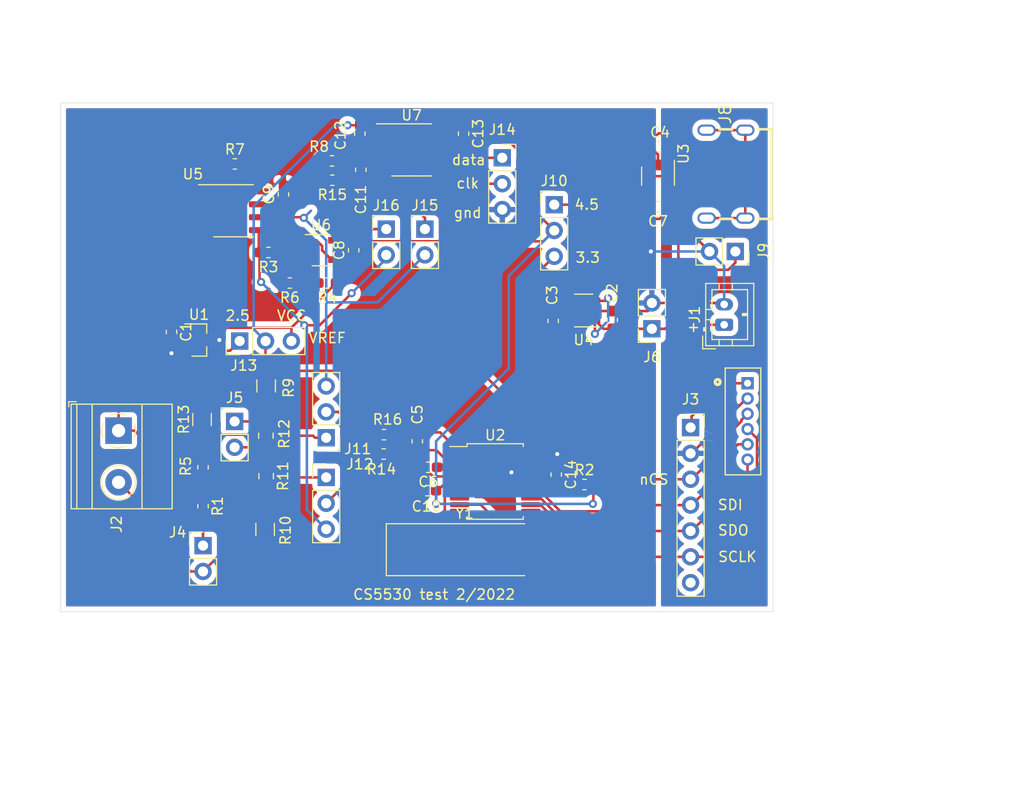
<source format=kicad_pcb>
(kicad_pcb (version 20171130) (host pcbnew "(5.1.5-0)")
  (layers (0 F.Cu signal) (31 B.Cu signal) (34 B.Paste user) (35 F.Paste user) (36 B.SilkS user) (37 F.SilkS user) (38 B.Mask user) (39 F.Mask user) (44 Edge.Cuts user))
  (net 0 "")
  (net 1 GND)
  (net 2 +3V3)
  (net 3 "Net-(C2-Pad1)")
  (net 4 "Net-(C4-Pad1)")
  (net 5 "Net-(C5-Pad2)")
  (net 6 "Net-(C5-Pad1)")
  (net 7 /vref)
  (net 8 +3.3VP)
  (net 9 "Net-(R7-Pad1)")
  (net 10 /I-)
  (net 11 /I+)
  (net 12 /V+)
  (net 13 /V-)
  (net 14 "Net-(U4-Pad4)")
  (net 15 "Net-(U7-Pad8)")
  (net 16 GNDD)
  (net 17 "Net-(C6-Pad2)")
  (net 18 "Net-(C6-Pad1)")
  (net 19 "Net-(C14-Pad2)")
  (net 20 "Net-(J3-Pad7)")
  (net 21 /SDO)
  (net 22 /SDI)
  (net 23 /~CS)
  (net 24 /SCLK)
  (net 25 "Net-(U2-Pad10)")
  (net 26 "Net-(U2-Pad9)")
  (net 27 "Net-(U2-Pad8)")
  (net 28 "Net-(U2-Pad7)")
  (net 29 "Net-(J4-Pad1)")
  (net 30 "Net-(J5-Pad2)")
  (net 31 "Net-(J5-Pad1)")
  (net 32 +4V)
  (net 33 VCC)
  (net 34 "Net-(J8-Pad0)")
  (net 35 "Net-(J8-PadA5)")
  (net 36 "Net-(J8-PadB5)")
  (net 37 "Net-(J11-Pad2)")
  (net 38 "Net-(J11-Pad1)")
  (net 39 "Net-(J12-Pad2)")
  (net 40 /v2.5)
  (net 41 "Net-(R3-Pad1)")
  (net 42 "Net-(R4-Pad2)")
  (net 43 "Net-(U3-Pad4)")
  (net 44 "Net-(R7-Pad2)")
  (net 45 "Net-(C11-Pad2)")
  (net 46 "Net-(C11-Pad1)")
  (net 47 "Net-(J14-Pad2)")
  (net 48 "Net-(J14-Pad1)")
  (net 49 /Sheet62361479/V+)
  (net 50 /Sheet62361479/V-)
  (module Connector_PinHeader_2.54mm:PinHeader_1x02_P2.54mm_Vertical (layer F.Cu) (at 142 62.4)
    (fp_text reference J16 (at 0 -2.33) (layer F.SilkS))
    (fp_text value Conn_01x02_Male_2.54mm)
    (pad 2 thru_hole oval (at 0 2.54) (size 1.7 1.7) (drill 1) (layers *.Cu *.Mask) (net 13 /V-))
    (pad 1 thru_hole rect (at 0 0) (size 1.7 1.7) (drill 1) (layers *.Cu *.Mask) (net 50 /Sheet62361479/V-))
  )
  (module Connector_PinHeader_2.54mm:PinHeader_1x02_P2.54mm_Vertical (layer F.Cu) (at 145.8 62.4)
    (fp_text reference J15 (at 0 -2.33) (layer F.SilkS))
    (fp_text value Conn_01x02_Male_2.54mm)
    (pad 2 thru_hole oval (at 0 2.54) (size 1.7 1.7) (drill 1) (layers *.Cu *.Mask) (net 12 /V+))
    (pad 1 thru_hole rect (at 0 0) (size 1.7 1.7) (drill 1) (layers *.Cu *.Mask) (net 49 /Sheet62361479/V+))
  )
  (module Package_SO:SOP-8_3.9x4.9mm_P1.27mm (layer F.Cu) (at 144.49 54.62)
    (fp_text reference U7 (at 0 -3.4) (layer F.SilkS))
    (fp_text value CS1237)
    (pad 8 smd roundrect (at 2.625 -1.905) (size 1.65 0.6) (layers F.Cu F.Paste F.Mask) (net 15 "Net-(U7-Pad8)"))
    (pad 7 smd roundrect (at 2.625 -0.635) (size 1.65 0.6) (layers F.Cu F.Paste F.Mask) (net 33 VCC))
    (pad 6 smd roundrect (at 2.625 0.635) (size 1.65 0.6) (layers F.Cu F.Paste F.Mask) (net 48 "Net-(J14-Pad1)"))
    (pad 5 smd roundrect (at 2.625 1.905) (size 1.65 0.6) (layers F.Cu F.Paste F.Mask) (net 47 "Net-(J14-Pad2)"))
    (pad 4 smd roundrect (at -2.625 1.905) (size 1.65 0.6) (layers F.Cu F.Paste F.Mask) (net 46 "Net-(C11-Pad1)"))
    (pad 3 smd roundrect (at -2.625 0.635) (size 1.65 0.6) (layers F.Cu F.Paste F.Mask) (net 45 "Net-(C11-Pad2)"))
    (pad 2 smd roundrect (at -2.625 -0.635) (size 1.65 0.6) (layers F.Cu F.Paste F.Mask) (net 1 GND))
    (pad 1 smd roundrect (at -2.625 -1.905) (size 1.65 0.6) (layers F.Cu F.Paste F.Mask) (net 7 /vref))
  )
  (module Package_TO_SOT_SMD:SOT-23 (layer F.Cu) (at 123.6 73.3)
    (fp_text reference U1 (at 0 -2.5) (layer F.SilkS))
    (fp_text value REF3025)
    (pad 3 smd rect (at 1 0) (size 0.9 0.8) (layers F.Cu F.Paste F.Mask) (net 1 GND))
    (pad 2 smd rect (at -1 0.95) (size 0.9 0.8) (layers F.Cu F.Paste F.Mask) (net 40 /v2.5))
    (pad 1 smd rect (at -1 -0.95) (size 0.9 0.8) (layers F.Cu F.Paste F.Mask) (net 33 VCC))
  )
  (module Resistor_SMD:R_0603_1608Metric_Pad1.05x0.95mm_HandSolder (layer F.Cu) (at 136.7 57.6 180)
    (fp_text reference R15 (at 0 -1.43) (layer F.SilkS))
    (fp_text value 100)
    (pad 2 smd roundrect (at 0.875 0 180) (size 1.05 0.95) (layers F.Cu F.Paste F.Mask) (net 49 /Sheet62361479/V+))
    (pad 1 smd roundrect (at -0.875 0 180) (size 1.05 0.95) (layers F.Cu F.Paste F.Mask) (net 46 "Net-(C11-Pad1)"))
  )
  (module Resistor_SMD:R_0805_2012Metric_Pad1.15x1.40mm_HandSolder (layer F.Cu) (at 130.2 86.675 270)
    (fp_text reference R11 (at 0 -1.65 90) (layer F.SilkS))
    (fp_text value 5K_0.1%)
    (pad 2 smd roundrect (at 1.025 0 270) (size 1.15 1.4) (layers F.Cu F.Paste F.Mask) (roundrect_rratio 0.217391) (net 10 /I-))
    (pad 1 smd roundrect (at -1.025 0 270) (size 1.15 1.4) (layers F.Cu F.Paste F.Mask) (roundrect_rratio 0.217391) (net 30 "Net-(J5-Pad2)"))
  )
  (module Resistor_SMD:R_0603_1608Metric_Pad1.05x0.95mm_HandSolder (layer F.Cu) (at 136.675 55.7 180)
    (fp_text reference R8 (at 1.275 1.4) (layer F.SilkS))
    (fp_text value 100)
    (pad 2 smd roundrect (at 0.875 0 180) (size 1.05 0.95) (layers F.Cu F.Paste F.Mask) (net 50 /Sheet62361479/V-))
    (pad 1 smd roundrect (at -0.875 0 180) (size 1.05 0.95) (layers F.Cu F.Paste F.Mask) (net 45 "Net-(C11-Pad2)"))
  )
  (module Resistor_SMD:R_0603_1608Metric_Pad1.05x0.95mm_HandSolder (layer F.Cu) (at 124 85.8 90)
    (fp_text reference R5 (at 0.1 -1.7 90) (layer F.SilkS))
    (fp_text value 100K_0.1%)
    (pad 2 smd roundrect (at 0.875 0 90) (size 1.05 0.95) (layers F.Cu F.Paste F.Mask) (net 38 "Net-(J11-Pad1)"))
    (pad 1 smd roundrect (at -0.875 0 90) (size 1.05 0.95) (layers F.Cu F.Paste F.Mask) (net 11 /I+))
  )
  (module Connector_PinSocket_2.54mm:PinSocket_1x03_P2.54mm_Vertical (layer F.Cu) (at 153.4 55.4)
    (fp_text reference J14 (at 0 -2.77) (layer F.SilkS))
    (fp_text value Conn_01x03_Female)
    (pad 3 thru_hole oval (at 0 5.08) (size 1.7 1.7) (drill 1) (layers *.Cu *.Mask) (net 1 GND))
    (pad 2 thru_hole oval (at 0 2.54) (size 1.7 1.7) (drill 1) (layers *.Cu *.Mask) (net 47 "Net-(J14-Pad2)"))
    (pad 1 thru_hole rect (at 0 0) (size 1.7 1.7) (drill 1) (layers *.Cu *.Mask) (net 48 "Net-(J14-Pad1)"))
  )
  (module Connector_PinSocket_2.54mm:PinSocket_1x02_P2.54mm_Vertical (layer F.Cu) (at 168.1 72.2 180)
    (fp_text reference J6 (at 0 -2.77) (layer F.SilkS))
    (fp_text value receptacle)
    (pad 2 thru_hole oval (at 0 2.54 180) (size 1.7 1.7) (drill 1) (layers *.Cu *.Mask) (net 1 GND))
    (pad 1 thru_hole rect (at 0 0 180) (size 1.7 1.7) (drill 1) (layers *.Cu *.Mask) (net 3 "Net-(C2-Pad1)"))
  )
  (module Connector_PinSocket_2.54mm:PinSocket_1x07_P2.54mm_Vertical (layer F.Cu) (at 171.9 81.9)
    (fp_text reference J3 (at 0 -2.77) (layer F.SilkS))
    (fp_text value Conn_01x07_Female)
    (pad 7 thru_hole oval (at 0 15.24) (size 1.7 1.7) (drill 1) (layers *.Cu *.Mask) (net 20 "Net-(J3-Pad7)"))
    (pad 6 thru_hole oval (at 0 12.7) (size 1.7 1.7) (drill 1) (layers *.Cu *.Mask) (net 24 /SCLK))
    (pad 5 thru_hole oval (at 0 10.16) (size 1.7 1.7) (drill 1) (layers *.Cu *.Mask) (net 21 /SDO))
    (pad 4 thru_hole oval (at 0 7.62) (size 1.7 1.7) (drill 1) (layers *.Cu *.Mask) (net 22 /SDI))
    (pad 3 thru_hole oval (at 0 5.08) (size 1.7 1.7) (drill 1) (layers *.Cu *.Mask) (net 23 /~CS))
    (pad 2 thru_hole oval (at 0 2.54) (size 1.7 1.7) (drill 1) (layers *.Cu *.Mask) (net 16 GNDD))
    (pad 1 thru_hole rect (at 0 0) (size 1.7 1.7) (drill 1) (layers *.Cu *.Mask) (net 8 +3.3VP))
  )
  (module Connector_JST:JST_PH_B2B-PH-K_1x02_P2.00mm_Vertical (layer F.Cu) (at 175.2 71.8 90)
    (fp_text reference J1 (at 1 -2.9 90) (layer F.SilkS))
    (fp_text value battery)
    (pad 2 thru_hole oval (at 2 0 90) (size 1.2 1.75) (drill 0.75) (layers *.Cu *.Mask) (net 1 GND))
    (pad 1 thru_hole roundrect (at 0 0 90) (size 1.2 1.75) (drill 0.75) (layers *.Cu *.Mask) (roundrect_rratio 0.208333) (net 3 "Net-(C2-Pad1)"))
  )
  (module Capacitor_SMD:C_0603_1608Metric_Pad1.05x0.95mm_HandSolder (layer F.Cu) (at 158.7 86.525 270)
    (fp_text reference C14 (at 0 -1.43 90) (layer F.SilkS))
    (fp_text value 100nF)
    (pad 2 smd roundrect (at 0.875 0 270) (size 1.05 0.95) (layers F.Cu F.Paste F.Mask) (net 19 "Net-(C14-Pad2)"))
    (pad 1 smd roundrect (at -0.875 0 270) (size 1.05 0.95) (layers F.Cu F.Paste F.Mask) (net 1 GND))
  )
  (module Capacitor_SMD:C_0603_1608Metric_Pad1.05x0.95mm_HandSolder (layer F.Cu) (at 149.6 53.025 270)
    (fp_text reference C13 (at 0 -1.43 90) (layer F.SilkS))
    (fp_text value 100nF)
    (pad 2 smd roundrect (at 0.875 0 270) (size 1.05 0.95) (layers F.Cu F.Paste F.Mask) (net 33 VCC))
    (pad 1 smd roundrect (at -0.875 0 270) (size 1.05 0.95) (layers F.Cu F.Paste F.Mask) (net 1 GND))
  )
  (module Capacitor_SMD:C_0603_1608Metric_Pad1.05x0.95mm_HandSolder (layer F.Cu) (at 139.4 53.025 270)
    (fp_text reference C12 (at 0.175 1.9 90) (layer F.SilkS))
    (fp_text value 100nF)
    (pad 2 smd roundrect (at 0.875 0 270) (size 1.05 0.95) (layers F.Cu F.Paste F.Mask) (net 1 GND))
    (pad 1 smd roundrect (at -0.875 0 270) (size 1.05 0.95) (layers F.Cu F.Paste F.Mask) (net 7 /vref))
  )
  (module Capacitor_SMD:C_0603_1608Metric_Pad1.05x0.95mm_HandSolder (layer F.Cu) (at 139.5 56.575 90)
    (fp_text reference C11 (at -2.925 0 90) (layer F.SilkS))
    (fp_text value 100nF)
    (pad 2 smd roundrect (at 0.875 0 90) (size 1.05 0.95) (layers F.Cu F.Paste F.Mask) (net 45 "Net-(C11-Pad2)"))
    (pad 1 smd roundrect (at -0.875 0 90) (size 1.05 0.95) (layers F.Cu F.Paste F.Mask) (net 46 "Net-(C11-Pad1)"))
  )
  (module Capacitor_SMD:C_0603_1608Metric_Pad1.05x0.95mm_HandSolder (layer F.Cu) (at 146.125 85.8 180)
    (fp_text reference C6 (at 0 -1.43) (layer F.SilkS))
    (fp_text value 22nF)
    (pad 2 smd roundrect (at 0.875 0 180) (size 1.05 0.95) (layers F.Cu F.Paste F.Mask) (net 17 "Net-(C6-Pad2)"))
    (pad 1 smd roundrect (at -0.875 0 180) (size 1.05 0.95) (layers F.Cu F.Paste F.Mask) (net 18 "Net-(C6-Pad1)"))
  )
  (module Capacitor_SMD:C_0603_1608Metric_Pad1.05x0.95mm_HandSolder (layer F.Cu) (at 120.9 72.5 270)
    (fp_text reference C1 (at 0 -1.43 90) (layer F.SilkS))
    (fp_text value 470nF)
    (pad 2 smd roundrect (at 0.875 0 270) (size 1.05 0.95) (layers F.Cu F.Paste F.Mask) (net 1 GND))
    (pad 1 smd roundrect (at -0.875 0 270) (size 1.05 0.95) (layers F.Cu F.Paste F.Mask) (net 33 VCC))
  )
  (module Resistor_SMD:R_0603_1608Metric_Pad1.05x0.95mm_HandSolder (layer F.Cu) (at 127.125 56)
    (fp_text reference R7 (at 0 -1.43) (layer F.SilkS))
    (fp_text value DNF)
    (pad 2 smd roundrect (at 0.875 0) (size 1.05 0.95) (layers F.Cu F.Paste F.Mask) (net 44 "Net-(R7-Pad2)"))
    (pad 1 smd roundrect (at -0.875 0) (size 1.05 0.95) (layers F.Cu F.Paste F.Mask) (net 9 "Net-(R7-Pad1)"))
  )
  (module Package_TO_SOT_SMD:TSOT-23-5 (layer F.Cu) (at 135.59 64.45)
    (fp_text reference U6 (at 0 -2.45) (layer F.SilkS))
    (fp_text value LMP7715)
    (pad 5 smd rect (at 1.31 -0.95) (size 1.22 0.65) (layers F.Cu F.Paste F.Mask) (net 33 VCC))
    (pad 4 smd rect (at 1.31 0.95) (size 1.22 0.65) (layers F.Cu F.Paste F.Mask) (net 41 "Net-(R3-Pad1)"))
    (pad 3 smd rect (at -1.31 0.95) (size 1.22 0.65) (layers F.Cu F.Paste F.Mask) (net 42 "Net-(R4-Pad2)"))
    (pad 2 smd rect (at -1.31 0) (size 1.22 0.65) (layers F.Cu F.Paste F.Mask) (net 1 GND))
    (pad 1 smd rect (at -1.31 -0.95) (size 1.22 0.65) (layers F.Cu F.Paste F.Mask) (net 41 "Net-(R3-Pad1)"))
  )
  (module Package_SO:SOIC-8_3.9x4.9mm_P1.27mm (layer F.Cu) (at 127 60.6)
    (fp_text reference U5 (at -4 -3.6) (layer F.SilkS))
    (fp_text value AD623)
    (pad 8 smd roundrect (at 2.475 -1.905) (size 1.95 0.6) (layers F.Cu F.Paste F.Mask) (net 44 "Net-(R7-Pad2)"))
    (pad 7 smd roundrect (at 2.475 -0.635) (size 1.95 0.6) (layers F.Cu F.Paste F.Mask) (net 33 VCC))
    (pad 6 smd roundrect (at 2.475 0.635) (size 1.95 0.6) (layers F.Cu F.Paste F.Mask) (net 12 /V+))
    (pad 5 smd roundrect (at 2.475 1.905) (size 1.95 0.6) (layers F.Cu F.Paste F.Mask) (net 13 /V-))
    (pad 4 smd roundrect (at -2.475 1.905) (size 1.95 0.6) (layers F.Cu F.Paste F.Mask) (net 1 GND))
    (pad 3 smd roundrect (at -2.475 0.635) (size 1.95 0.6) (layers F.Cu F.Paste F.Mask) (net 38 "Net-(J11-Pad1)"))
    (pad 2 smd roundrect (at -2.475 -0.635) (size 1.95 0.6) (layers F.Cu F.Paste F.Mask) (net 11 /I+))
    (pad 1 smd roundrect (at -2.475 -1.905) (size 1.95 0.6) (layers F.Cu F.Paste F.Mask) (net 9 "Net-(R7-Pad1)"))
  )
  (module Package_TO_SOT_SMD:SOT-23-5 (layer F.Cu) (at 168.7 57.2 270)
    (fp_text reference U3 (at -2.2 -2.5 90) (layer F.SilkS))
    (fp_text value LP5907MFX-4.5)
    (pad 5 smd rect (at 1.1 -0.95 270) (size 1.06 0.65) (layers F.Cu F.Paste F.Mask) (net 32 +4V))
    (pad 4 smd rect (at 1.1 0.95 270) (size 1.06 0.65) (layers F.Cu F.Paste F.Mask) (net 43 "Net-(U3-Pad4)"))
    (pad 3 smd rect (at -1.1 0.95 270) (size 1.06 0.65) (layers F.Cu F.Paste F.Mask) (net 4 "Net-(C4-Pad1)"))
    (pad 2 smd rect (at -1.1 0 270) (size 1.06 0.65) (layers F.Cu F.Paste F.Mask) (net 1 GND))
    (pad 1 smd rect (at -1.1 -0.95 270) (size 1.06 0.65) (layers F.Cu F.Paste F.Mask) (net 4 "Net-(C4-Pad1)"))
  )
  (module Resistor_SMD:R_0603_1608Metric_Pad1.05x0.95mm_HandSolder (layer F.Cu) (at 132.525 67.7 180)
    (fp_text reference R6 (at 0 -1.43) (layer F.SilkS))
    (fp_text value 10K)
    (pad 2 smd roundrect (at 0.875 0 180) (size 1.05 0.95) (layers F.Cu F.Paste F.Mask) (net 1 GND))
    (pad 1 smd roundrect (at -0.875 0 180) (size 1.05 0.95) (layers F.Cu F.Paste F.Mask) (net 42 "Net-(R4-Pad2)"))
  )
  (module Resistor_SMD:R_0603_1608Metric_Pad1.05x0.95mm_HandSolder (layer F.Cu) (at 136.2 67.7 180)
    (fp_text reference R4 (at 0 -1.43) (layer F.SilkS))
    (fp_text value 10K)
    (pad 2 smd roundrect (at 0.875 0 180) (size 1.05 0.95) (layers F.Cu F.Paste F.Mask) (net 42 "Net-(R4-Pad2)"))
    (pad 1 smd roundrect (at -0.875 0 180) (size 1.05 0.95) (layers F.Cu F.Paste F.Mask) (net 33 VCC))
  )
  (module Resistor_SMD:R_0603_1608Metric_Pad1.05x0.95mm_HandSolder (layer F.Cu) (at 130.425 64.7 180)
    (fp_text reference R3 (at 0 -1.43) (layer F.SilkS))
    (fp_text value 10)
    (pad 2 smd roundrect (at 0.875 0 180) (size 1.05 0.95) (layers F.Cu F.Paste F.Mask) (net 13 /V-))
    (pad 1 smd roundrect (at -0.875 0 180) (size 1.05 0.95) (layers F.Cu F.Paste F.Mask) (net 41 "Net-(R3-Pad1)"))
  )
  (module Connector_PinHeader_2.54mm:PinHeader_1x03_P2.54mm_Vertical (layer F.Cu) (at 127.6 73.4 90)
    (fp_text reference J13 (at -2.4 0.4 180) (layer F.SilkS))
    (fp_text value Conn_01x03_Male)
    (pad 3 thru_hole oval (at 0 5.08 90) (size 1.7 1.7) (drill 1) (layers *.Cu *.Mask) (net 33 VCC))
    (pad 2 thru_hole oval (at 0 2.54 90) (size 1.7 1.7) (drill 1) (layers *.Cu *.Mask) (net 7 /vref))
    (pad 1 thru_hole rect (at 0 0 90) (size 1.7 1.7) (drill 1) (layers *.Cu *.Mask) (net 40 /v2.5))
  )
  (module Connector_PinHeader_2.54mm:PinHeader_1x03_P2.54mm_Vertical (layer F.Cu) (at 136.1 86.8)
    (fp_text reference J12 (at 3.3 -1.3) (layer F.SilkS))
    (fp_text value Conn_01x03_Male)
    (pad 3 thru_hole oval (at 0 5.08) (size 1.7 1.7) (drill 1) (layers *.Cu *.Mask) (net 13 /V-))
    (pad 2 thru_hole oval (at 0 2.54) (size 1.7 1.7) (drill 1) (layers *.Cu *.Mask) (net 39 "Net-(J12-Pad2)"))
    (pad 1 thru_hole rect (at 0 0) (size 1.7 1.7) (drill 1) (layers *.Cu *.Mask) (net 11 /I+))
  )
  (module Connector_PinHeader_2.54mm:PinHeader_1x03_P2.54mm_Vertical (layer F.Cu) (at 136.1 82.9 180)
    (fp_text reference J11 (at -3.1 -1.1) (layer F.SilkS))
    (fp_text value Conn_01x03_Male)
    (pad 3 thru_hole oval (at 0 5.08 180) (size 1.7 1.7) (drill 1) (layers *.Cu *.Mask) (net 12 /V+))
    (pad 2 thru_hole oval (at 0 2.54 180) (size 1.7 1.7) (drill 1) (layers *.Cu *.Mask) (net 37 "Net-(J11-Pad2)"))
    (pad 1 thru_hole rect (at 0 0 180) (size 1.7 1.7) (drill 1) (layers *.Cu *.Mask) (net 38 "Net-(J11-Pad1)"))
  )
  (module Connector_PinHeader_2.54mm:PinHeader_1x03_P2.54mm_Vertical (layer F.Cu) (at 158.5 60)
    (fp_text reference J10 (at 0 -2.33) (layer F.SilkS))
    (fp_text value Conn_01x03_Male)
    (pad 3 thru_hole oval (at 0 5.08) (size 1.7 1.7) (drill 1) (layers *.Cu *.Mask) (net 2 +3V3))
    (pad 2 thru_hole oval (at 0 2.54) (size 1.7 1.7) (drill 1) (layers *.Cu *.Mask) (net 33 VCC))
    (pad 1 thru_hole rect (at 0 0) (size 1.7 1.7) (drill 1) (layers *.Cu *.Mask) (net 32 +4V))
  )
  (module Connector_PinSocket_2.54mm:PinSocket_1x02_P2.54mm_Vertical (layer F.Cu) (at 176.3 64.6 270)
    (fp_text reference J9 (at 0 -2.77 90) (layer F.SilkS))
    (fp_text value receptacle)
    (pad 2 thru_hole oval (at 0 2.54 270) (size 1.7 1.7) (drill 1) (layers *.Cu *.Mask) (net 1 GND))
    (pad 1 thru_hole rect (at 0 0 270) (size 1.7 1.7) (drill 1) (layers *.Cu *.Mask) (net 4 "Net-(C4-Pad1)"))
  )
  (module 0my_footprints:USB-C-KoreanHroparts (layer F.Cu) (at 175.3 57 90)
    (fp_text reference J8 (at 4.8 0 90) (layer F.SilkS) (effects (font (size 1.143 1.143) (thickness 0.152)) (justify left)))
    (fp_text value USB_C_KoreanHroparts_6P hide)
    (pad 0 thru_hole oval (at -4.32 1.975 90) (size 1.1 1.8) (drill oval 0.7 1.401) (layers *.Cu *.Paste *.Mask) (net 34 "Net-(J8-Pad0)"))
    (pad 0 thru_hole oval (at 4.32 1.975 90) (size 1.1 1.8) (drill oval 0.7 1.401) (layers *.Cu *.Paste *.Mask) (net 34 "Net-(J8-Pad0)"))
    (pad 0 thru_hole oval (at -4.32 -1.825 90) (size 1.1 1.8) (drill oval 0.7 1.401) (layers *.Cu *.Paste *.Mask) (net 34 "Net-(J8-Pad0)"))
    (pad 0 thru_hole oval (at 4.32 -1.825 90) (size 1.1 1.8) (drill oval 0.7 1.401) (layers *.Cu *.Paste *.Mask) (net 34 "Net-(J8-Pad0)"))
    (pad B12 smd rect (at -2.75 -1.975 90) (size 0.8 1.5) (layers F.Cu F.Paste F.Mask) (net 1 GND))
    (pad B9 smd rect (at -1.52 -1.975 90) (size 0.76 1.5) (layers F.Cu F.Paste F.Mask) (net 4 "Net-(C4-Pad1)"))
    (pad A5 smd rect (at -0.5 -1.975 90) (size 0.7 1.5) (layers F.Cu F.Paste F.Mask) (net 35 "Net-(J8-PadA5)"))
    (pad B5 smd rect (at 0.5 -1.975 90) (size 0.7 1.5) (layers F.Cu F.Paste F.Mask) (net 36 "Net-(J8-PadB5)"))
    (pad A9 smd rect (at 1.52 -1.975 90) (size 0.76 1.5) (layers F.Cu F.Paste F.Mask) (net 4 "Net-(C4-Pad1)"))
    (pad A12 smd rect (at 2.75 -1.975 90) (size 0.8 1.5) (layers F.Cu F.Paste F.Mask) (net 1 GND))
  )
  (module Capacitor_SMD:C_0603_1608Metric_Pad1.05x0.95mm_HandSolder (layer F.Cu) (at 131.9 59 90)
    (fp_text reference C9 (at 0 -1.43 90) (layer F.SilkS))
    (fp_text value 100nF)
    (pad 2 smd roundrect (at 0.875 0 90) (size 1.05 0.95) (layers F.Cu F.Paste F.Mask) (net 1 GND))
    (pad 1 smd roundrect (at -0.875 0 90) (size 1.05 0.95) (layers F.Cu F.Paste F.Mask) (net 33 VCC))
  )
  (module Capacitor_SMD:C_0603_1608Metric_Pad1.05x0.95mm_HandSolder (layer F.Cu) (at 138.8 64.475 90)
    (fp_text reference C8 (at 0 -1.43 90) (layer F.SilkS))
    (fp_text value 100nF)
    (pad 2 smd roundrect (at 0.875 0 90) (size 1.05 0.95) (layers F.Cu F.Paste F.Mask) (net 33 VCC))
    (pad 1 smd roundrect (at -0.875 0 90) (size 1.05 0.95) (layers F.Cu F.Paste F.Mask) (net 1 GND))
  )
  (module Capacitor_SMD:C_0603_1608Metric_Pad1.05x0.95mm_HandSolder (layer F.Cu) (at 168.7 60.2 180)
    (fp_text reference C7 (at 0 -1.43) (layer F.SilkS))
    (fp_text value 1uF)
    (pad 2 smd roundrect (at 0.875 0 180) (size 1.05 0.95) (layers F.Cu F.Paste F.Mask) (net 1 GND))
    (pad 1 smd roundrect (at -0.875 0 180) (size 1.05 0.95) (layers F.Cu F.Paste F.Mask) (net 32 +4V))
  )
  (module Capacitor_SMD:C_0603_1608Metric_Pad1.05x0.95mm_HandSolder (layer F.Cu) (at 168.8 54.3 180)
    (fp_text reference C4 (at -0.1 1.4) (layer F.SilkS))
    (fp_text value 1uF)
    (pad 2 smd roundrect (at 0.875 0 180) (size 1.05 0.95) (layers F.Cu F.Paste F.Mask) (net 1 GND))
    (pad 1 smd roundrect (at -0.875 0 180) (size 1.05 0.95) (layers F.Cu F.Paste F.Mask) (net 4 "Net-(C4-Pad1)"))
  )
  (module "0my_footprints:JST_B6B-ZR(LF)(SN)" (layer F.Cu) (at 177.5 81.3 90)
    (fp_text reference J7 (at -1.51593 -3.9307 90) (layer F.SilkS) (effects (font (size 1.000283 1.000283) (thickness 0.015))))
    (fp_text value Conn_01x06_SPI)
    (pad 1 thru_hole rect (at 3.75 0 90) (size 1.208 1.208) (drill 0.7) (layers *.Cu *.Mask) (net 8 +3.3VP))
    (pad 2 thru_hole circle (at 2.25 0 90) (size 1.208 1.208) (drill 0.7) (layers *.Cu *.Mask) (net 16 GNDD))
    (pad 3 thru_hole circle (at 0.75 0 90) (size 1.208 1.208) (drill 0.7) (layers *.Cu *.Mask) (net 23 /~CS))
    (pad 4 thru_hole circle (at -0.75 0 90) (size 1.208 1.208) (drill 0.7) (layers *.Cu *.Mask) (net 24 /SCLK))
    (pad 6 thru_hole circle (at -3.75 0 90) (size 1.208 1.208) (drill 0.7) (layers *.Cu *.Mask) (net 21 /SDO))
    (pad 5 thru_hole circle (at -2.25 0 90) (size 1.208 1.208) (drill 0.7) (layers *.Cu *.Mask) (net 22 /SDI))
  )
  (module Connector_PinHeader_2.54mm:PinHeader_1x02_P2.54mm_Vertical (layer F.Cu) (at 127.1 81.3)
    (fp_text reference J5 (at 0 -2.33) (layer F.SilkS))
    (fp_text value Conn_01x02_Male_2.54mm)
    (pad 2 thru_hole oval (at 0 2.54) (size 1.7 1.7) (drill 1) (layers *.Cu *.Mask) (net 30 "Net-(J5-Pad2)"))
    (pad 1 thru_hole rect (at 0 0) (size 1.7 1.7) (drill 1) (layers *.Cu *.Mask) (net 31 "Net-(J5-Pad1)"))
  )
  (module Connector_PinHeader_2.54mm:PinHeader_1x02_P2.54mm_Vertical (layer F.Cu) (at 124 93.5)
    (fp_text reference J4 (at -2.5 -1.3) (layer F.SilkS))
    (fp_text value Conn_01x02_Male_2.54mm)
    (pad 2 thru_hole oval (at 0 2.54) (size 1.7 1.7) (drill 1) (layers *.Cu *.Mask) (net 10 /I-))
    (pad 1 thru_hole rect (at 0 0) (size 1.7 1.7) (drill 1) (layers *.Cu *.Mask) (net 29 "Net-(J4-Pad1)"))
  )
  (module 0my_footprints:Crystal_X49SM49152MSD2SC (layer F.Cu) (at 149.7 93.9)
    (fp_text reference Y1 (at 0 -3.55) (layer F.SilkS))
    (fp_text value "Crystal 4.9152MHz")
    (pad 2 smd rect (at 4.75 0) (size 5.5 2) (layers F.Cu F.Paste F.Mask) (net 26 "Net-(U2-Pad9)"))
    (pad 1 smd rect (at -4.75 0) (size 5.5 2) (layers F.Cu F.Paste F.Mask) (net 25 "Net-(U2-Pad10)"))
  )
  (module Package_SO:SSOP-20_5.3x7.2mm_P0.65mm (layer F.Cu) (at 152.7 87.2)
    (fp_text reference U2 (at 0 -4.55) (layer F.SilkS))
    (fp_text value CS5530-ISZ)
    (pad 20 smd roundrect (at 3.5 -2.925) (size 1.9 0.5) (layers F.Cu F.Paste F.Mask) (net 1 GND))
    (pad 19 smd roundrect (at 3.5 -2.275) (size 1.9 0.5) (layers F.Cu F.Paste F.Mask) (net 1 GND))
    (pad 18 smd roundrect (at 3.5 -1.625) (size 1.9 0.5) (layers F.Cu F.Paste F.Mask) (net 7 /vref))
    (pad 17 smd roundrect (at 3.5 -0.975) (size 1.9 0.5) (layers F.Cu F.Paste F.Mask) (net 1 GND))
    (pad 16 smd roundrect (at 3.5 -0.325) (size 1.9 0.5) (layers F.Cu F.Paste F.Mask) (net 1 GND))
    (pad 15 smd roundrect (at 3.5 0.325) (size 1.9 0.5) (layers F.Cu F.Paste F.Mask) (net 19 "Net-(C14-Pad2)"))
    (pad 14 smd roundrect (at 3.5 0.975) (size 1.9 0.5) (layers F.Cu F.Paste F.Mask) (net 23 /~CS))
    (pad 13 smd roundrect (at 3.5 1.625) (size 1.9 0.5) (layers F.Cu F.Paste F.Mask) (net 22 /SDI))
    (pad 12 smd roundrect (at 3.5 2.275) (size 1.9 0.5) (layers F.Cu F.Paste F.Mask) (net 21 /SDO))
    (pad 11 smd roundrect (at 3.5 2.925) (size 1.9 0.5) (layers F.Cu F.Paste F.Mask) (net 24 /SCLK))
    (pad 10 smd roundrect (at -3.5 2.925) (size 1.9 0.5) (layers F.Cu F.Paste F.Mask) (net 25 "Net-(U2-Pad10)"))
    (pad 9 smd roundrect (at -3.5 2.275) (size 1.9 0.5) (layers F.Cu F.Paste F.Mask) (net 26 "Net-(U2-Pad9)"))
    (pad 8 smd roundrect (at -3.5 1.625) (size 1.9 0.5) (layers F.Cu F.Paste F.Mask) (net 27 "Net-(U2-Pad8)"))
    (pad 7 smd roundrect (at -3.5 0.975) (size 1.9 0.5) (layers F.Cu F.Paste F.Mask) (net 28 "Net-(U2-Pad7)"))
    (pad 6 smd roundrect (at -3.5 0.325) (size 1.9 0.5) (layers F.Cu F.Paste F.Mask) (net 1 GND))
    (pad 5 smd roundrect (at -3.5 -0.325) (size 1.9 0.5) (layers F.Cu F.Paste F.Mask) (net 33 VCC))
    (pad 4 smd roundrect (at -3.5 -0.975) (size 1.9 0.5) (layers F.Cu F.Paste F.Mask) (net 17 "Net-(C6-Pad2)"))
    (pad 3 smd roundrect (at -3.5 -1.625) (size 1.9 0.5) (layers F.Cu F.Paste F.Mask) (net 18 "Net-(C6-Pad1)"))
    (pad 2 smd roundrect (at -3.5 -2.275) (size 1.9 0.5) (layers F.Cu F.Paste F.Mask) (net 5 "Net-(C5-Pad2)"))
    (pad 1 smd roundrect (at -3.5 -2.925) (size 1.9 0.5) (layers F.Cu F.Paste F.Mask) (net 6 "Net-(C5-Pad1)"))
  )
  (module Resistor_SMD:R_0603_1608Metric_Pad1.05x0.95mm_HandSolder (layer F.Cu) (at 161.475 87.5)
    (fp_text reference R2 (at 0 -1.43) (layer F.SilkS))
    (fp_text value 10)
    (pad 2 smd roundrect (at 0.875 0) (size 1.05 0.95) (layers F.Cu F.Paste F.Mask) (net 33 VCC))
    (pad 1 smd roundrect (at -0.875 0) (size 1.05 0.95) (layers F.Cu F.Paste F.Mask) (net 19 "Net-(C14-Pad2)"))
  )
  (module Resistor_SMD:R_0603_1608Metric_Pad1.05x0.95mm_HandSolder (layer F.Cu) (at 124 89.625 270)
    (fp_text reference R1 (at 0 -1.43 90) (layer F.SilkS))
    (fp_text value 10K)
    (pad 2 smd roundrect (at 0.875 0 270) (size 1.05 0.95) (layers F.Cu F.Paste F.Mask) (net 29 "Net-(J4-Pad1)"))
    (pad 1 smd roundrect (at -0.875 0 270) (size 1.05 0.95) (layers F.Cu F.Paste F.Mask) (net 11 /I+))
  )
  (module TerminalBlock_Phoenix:TerminalBlock_Phoenix_MKDS-1,5-2-5.08_1x02_P5.08mm_Horizontal (layer F.Cu) (at 115.7 82.2 270)
    (fp_text reference J2 (at 9.2 0.2 90) (layer F.SilkS))
    (fp_text value Screw_Terminal_01x02)
    (pad 2 thru_hole circle (at 5.08 0 270) (size 2.6 2.6) (drill 1.3) (layers *.Cu *.Mask) (net 10 /I-))
    (pad 1 thru_hole rect (at 0 0 270) (size 2.6 2.6) (drill 1.3) (layers *.Cu *.Mask) (net 11 /I+))
  )
  (module Resistor_SMD:R_0805_2012Metric_Pad1.15x1.40mm_HandSolder (layer F.Cu) (at 130.175 82.7 270)
    (fp_text reference R12 (at -0.175 -1.8 90) (layer F.SilkS))
    (fp_text value 75K_0.1%)
    (pad 2 smd roundrect (at 1.025 0 270) (size 1.15 1.4) (layers F.Cu F.Paste F.Mask) (roundrect_rratio 0.217391) (net 30 "Net-(J5-Pad2)"))
    (pad 1 smd roundrect (at -1.025 0 270) (size 1.15 1.4) (layers F.Cu F.Paste F.Mask) (roundrect_rratio 0.217391) (net 31 "Net-(J5-Pad1)"))
  )
  (module Package_TO_SOT_SMD:SOT-23-5 (layer F.Cu) (at 161.4 70.4 180)
    (fp_text reference U4 (at 0 -2.9) (layer F.SilkS))
    (fp_text value LP5907MFX-3.3)
    (pad 5 smd rect (at 1.1 -0.95 180) (size 1.06 0.65) (layers F.Cu F.Paste F.Mask) (net 2 +3V3))
    (pad 4 smd rect (at 1.1 0.95 180) (size 1.06 0.65) (layers F.Cu F.Paste F.Mask) (net 14 "Net-(U4-Pad4)"))
    (pad 3 smd rect (at -1.1 0.95 180) (size 1.06 0.65) (layers F.Cu F.Paste F.Mask) (net 3 "Net-(C2-Pad1)"))
    (pad 2 smd rect (at -1.1 0 180) (size 1.06 0.65) (layers F.Cu F.Paste F.Mask) (net 1 GND))
    (pad 1 smd rect (at -1.1 -0.95 180) (size 1.06 0.65) (layers F.Cu F.Paste F.Mask) (net 3 "Net-(C2-Pad1)"))
  )
  (module Resistor_SMD:R_0603_1608Metric_Pad1.05x0.95mm_HandSolder (layer F.Cu) (at 141.775 82.6 180)
    (fp_text reference R16 (at -0.35 1.5) (layer F.SilkS))
    (fp_text value 100)
    (pad 2 smd roundrect (at 0.875 0 180) (size 1.05 0.95) (layers F.Cu F.Paste F.Mask) (net 37 "Net-(J11-Pad2)"))
    (pad 1 smd roundrect (at -0.875 0 180) (size 1.05 0.95) (layers F.Cu F.Paste F.Mask) (net 6 "Net-(C5-Pad1)"))
  )
  (module Resistor_SMD:R_0603_1608Metric_Pad1.05x0.95mm_HandSolder (layer F.Cu) (at 141.75 84.5 180)
    (fp_text reference R14 (at 0.225 -1.5) (layer F.SilkS))
    (fp_text value 100)
    (pad 2 smd roundrect (at 0.875 0 180) (size 1.05 0.95) (layers F.Cu F.Paste F.Mask) (net 39 "Net-(J12-Pad2)"))
    (pad 1 smd roundrect (at -0.875 0 180) (size 1.05 0.95) (layers F.Cu F.Paste F.Mask) (net 5 "Net-(C5-Pad2)"))
  )
  (module Resistor_SMD:R_1206_3216Metric_Pad1.42x1.75mm_HandSolder (layer F.Cu) (at 123.9 81.1125 90)
    (fp_text reference R13 (at 0.0125 -1.8 90) (layer F.SilkS))
    (fp_text value 1M_0.1%)
    (pad 2 smd roundrect (at 1.4875 0 90) (size 1.425 1.75) (layers F.Cu F.Paste F.Mask) (roundrect_rratio 0.175439) (net 31 "Net-(J5-Pad1)"))
    (pad 1 smd roundrect (at -1.4875 0 90) (size 1.425 1.75) (layers F.Cu F.Paste F.Mask) (roundrect_rratio 0.175439) (net 38 "Net-(J11-Pad1)"))
  )
  (module Resistor_SMD:R_1206_3216Metric_Pad1.42x1.75mm_HandSolder (layer F.Cu) (at 130.1 91.9125 90)
    (fp_text reference R10 (at -0.0875 2 90) (layer F.SilkS))
    (fp_text value 1M_0.1%)
    (pad 2 smd roundrect (at 1.4875 0 90) (size 1.425 1.75) (layers F.Cu F.Paste F.Mask) (roundrect_rratio 0.175439) (net 10 /I-))
    (pad 1 smd roundrect (at -1.4875 0 90) (size 1.425 1.75) (layers F.Cu F.Paste F.Mask) (roundrect_rratio 0.175439) (net 1 GND))
  )
  (module Resistor_SMD:R_1206_3216Metric_Pad1.42x1.75mm_HandSolder (layer F.Cu) (at 130.2 77.8125 90)
    (fp_text reference R9 (at -0.1875 2.2 270) (layer F.SilkS))
    (fp_text value 1M_0.1%)
    (pad 2 smd roundrect (at 1.4875 0 90) (size 1.425 1.75) (layers F.Cu F.Paste F.Mask) (roundrect_rratio 0.175439) (net 7 /vref))
    (pad 1 smd roundrect (at -1.4875 0 90) (size 1.425 1.75) (layers F.Cu F.Paste F.Mask) (roundrect_rratio 0.175439) (net 31 "Net-(J5-Pad1)"))
  )
  (module Capacitor_SMD:C_0603_1608Metric_Pad1.05x0.95mm_HandSolder (layer F.Cu) (at 146.025 88.1)
    (fp_text reference C10 (at -0.075 1.55) (layer F.SilkS))
    (fp_text value 100nF)
    (pad 2 smd roundrect (at 0.875 0) (size 1.05 0.95) (layers F.Cu F.Paste F.Mask) (net 33 VCC))
    (pad 1 smd roundrect (at -0.875 0) (size 1.05 0.95) (layers F.Cu F.Paste F.Mask) (net 1 GND))
  )
  (module Capacitor_SMD:C_0603_1608Metric_Pad1.05x0.95mm_HandSolder (layer F.Cu) (at 145.05 83.25 270)
    (fp_text reference C5 (at -2.625 0 90) (layer F.SilkS))
    (fp_text value 100nF)
    (pad 2 smd roundrect (at 0.875 0 270) (size 1.05 0.95) (layers F.Cu F.Paste F.Mask) (net 5 "Net-(C5-Pad2)"))
    (pad 1 smd roundrect (at -0.875 0 270) (size 1.05 0.95) (layers F.Cu F.Paste F.Mask) (net 6 "Net-(C5-Pad1)"))
  )
  (module Capacitor_SMD:C_0603_1608Metric_Pad1.05x0.95mm_HandSolder (layer F.Cu) (at 158.4 71.425 90)
    (fp_text reference C3 (at 2.525 -0.1 90) (layer F.SilkS))
    (fp_text value 1uF)
    (pad 2 smd roundrect (at 0.875 0 90) (size 1.05 0.95) (layers F.Cu F.Paste F.Mask) (net 1 GND))
    (pad 1 smd roundrect (at -0.875 0 90) (size 1.05 0.95) (layers F.Cu F.Paste F.Mask) (net 2 +3V3))
  )
  (module Capacitor_SMD:C_0603_1608Metric_Pad1.05x0.95mm_HandSolder (layer F.Cu) (at 164.2 71.325 90)
    (fp_text reference C2 (at 2.625 0 90) (layer F.SilkS))
    (fp_text value 1uF)
    (pad 2 smd roundrect (at 0.875 0 90) (size 1.05 0.95) (layers F.Cu F.Paste F.Mask) (net 1 GND))
    (pad 1 smd roundrect (at -0.875 0 90) (size 1.05 0.95) (layers F.Cu F.Paste F.Mask) (net 3 "Net-(C2-Pad1)"))
  )
  (gr_text data (at 150.1 55.6) (layer F.SilkS) (effects (font (size 1 1))))
  (gr_text clk (at 150 57.9) (layer F.SilkS) (effects (font (size 1 1))))
  (gr_text gnd (at 150 60.8) (layer F.SilkS) (effects (font (size 1 1))))
  (gr_text 4.5 (at 161.7 60) (layer F.SilkS) (effects (font (size 1 1))))
  (gr_text 3.3 (at 161.8 65.2) (layer F.SilkS) (effects (font (size 1 1))))
  (gr_text "VREF\n" (at 136.2 73.1) (layer F.SilkS) (effects (font (size 1 1))))
  (gr_text VCC (at 132.7 70.9) (layer F.SilkS) (effects (font (size 1 1))))
  (gr_text 2.5 (at 127.4 70.9) (layer F.SilkS) (effects (font (size 1 1))))
  (gr_text SCLK (at 176.5 94.6) (layer F.SilkS) (effects (font (size 1 1))))
  (gr_text SDO (at 176.1 92) (layer F.SilkS) (effects (font (size 1 1))))
  (gr_text SDI (at 175.8 89.5) (layer F.SilkS) (effects (font (size 1 1))))
  (gr_text nCS (at 168.3 87) (layer F.SilkS) (effects (font (size 1 1))))
  (gr_text "CS5530 test 2/2022" (at 146.7 98.3) (layer F.SilkS) (effects (font (size 1 1))))
  (gr_text + (at 172.2 72) (layer F.SilkS) (effects (font (size 1 1))))
  (gr_line (start 110 100) (end 110 50) (layer Edge.Cuts) (width 0.05))
  (gr_line (start 180 100) (end 110 100) (layer Edge.Cuts) (width 0.05))
  (gr_line (start 180 50) (end 180 100) (layer Edge.Cuts) (width 0.05))
  (gr_line (start 110 50) (end 180 50) (layer Edge.Cuts) (width 0.05))
  (segment (start 158.5 70.45) (end 158.4 70.55) (width 0.25) (layer F.Cu) (net 1))
  (segment (start 164.2 70.45) (end 158.5 70.45) (width 0.25) (layer F.Cu) (net 1))
  (segment (start 164.2 70.45) (end 167.7 70.45) (width 0.25) (layer F.Cu) (net 1))
  (segment (start 156.2 86.875) (end 154.425 86.875) (width 0.25) (layer F.Cu) (net 1))
  (segment (start 154.425 86.875) (end 154.3 86.75) (width 0.25) (layer F.Cu) (net 1))
  (segment (start 154.3 86.75) (end 154.3 86.3) (width 0.25) (layer F.Cu) (net 1))
  (segment (start 154.375 86.225) (end 156.2 86.225) (width 0.25) (layer F.Cu) (net 1))
  (segment (start 156.2 84.925) (end 153.725 84.925) (width 0.25) (layer F.Cu) (net 1))
  (segment (start 153.725 84.925) (end 154 84.65) (width 0.25) (layer F.Cu) (net 1))
  (segment (start 154 84.65) (end 154 84.6) (width 0.25) (layer F.Cu) (net 1))
  (segment (start 154.325 84.275) (end 156.2 84.275) (width 0.25) (layer F.Cu) (net 1))
  (segment (start 154 84.6) (end 154.325 84.275) (width 0.25) (layer F.Cu) (net 1))
  (segment (start 149.2 87.525) (end 151.225 87.525) (width 0.25) (layer F.Cu) (net 1))
  (segment (start 147.75001 88.038578) (end 147.75001 90.04999) (width 0.25) (layer F.Cu) (net 1))
  (segment (start 148.263588 87.525) (end 147.75001 88.038578) (width 0.25) (layer F.Cu) (net 1))
  (segment (start 151.225 87.525) (end 148.263588 87.525) (width 0.25) (layer F.Cu) (net 1))
  (segment (start 147.75001 90.04999) (end 147.1 90.7) (width 0.25) (layer F.Cu) (net 1))
  (segment (start 174.325 54.25) (end 175.4 55.325) (width 0.25) (layer F.Cu) (net 1))
  (segment (start 173.325 54.25) (end 174.325 54.25) (width 0.25) (layer F.Cu) (net 1))
  (segment (start 174.325 59.75) (end 173.325 59.75) (width 0.25) (layer F.Cu) (net 1))
  (segment (start 175.4 58.675) (end 174.325 59.75) (width 0.25) (layer F.Cu) (net 1))
  (segment (start 175.4 55.325) (end 175.4 58.675) (width 0.25) (layer F.Cu) (net 1))
  (segment (start 172.325 59.75) (end 171.6 60.475) (width 0.25) (layer F.Cu) (net 1))
  (segment (start 173.325 59.75) (end 172.325 59.75) (width 0.25) (layer F.Cu) (net 1))
  (segment (start 171.6 62.44) (end 173.76 64.6) (width 0.25) (layer F.Cu) (net 1))
  (segment (start 171.6 60.475) (end 171.6 62.44) (width 0.25) (layer F.Cu) (net 1))
  (segment (start 172.325 54.25) (end 171.075 53) (width 0.25) (layer F.Cu) (net 1))
  (segment (start 173.325 54.25) (end 172.325 54.25) (width 0.25) (layer F.Cu) (net 1))
  (segment (start 167.925 53.825) (end 167.925 54.3) (width 0.25) (layer F.Cu) (net 1))
  (segment (start 168.75 53) (end 167.925 53.825) (width 0.25) (layer F.Cu) (net 1))
  (segment (start 171.075 53) (end 168.75 53) (width 0.25) (layer F.Cu) (net 1))
  (segment (start 168.7 55.075) (end 168.7 56.1) (width 0.25) (layer F.Cu) (net 1))
  (segment (start 167.925 54.3) (end 168.7 55.075) (width 0.25) (layer F.Cu) (net 1))
  (segment (start 167.4 54.3) (end 166.5 55.2) (width 0.25) (layer F.Cu) (net 1))
  (segment (start 167.925 54.3) (end 167.4 54.3) (width 0.25) (layer F.Cu) (net 1))
  (segment (start 166.5 59.4) (end 167.3 60.2) (width 0.25) (layer F.Cu) (net 1))
  (segment (start 167.3 60.2) (end 167.825 60.2) (width 0.25) (layer F.Cu) (net 1))
  (segment (start 166.5 55.2) (end 166.5 59.4) (width 0.25) (layer F.Cu) (net 1))
  (segment (start 131.65 67.225) (end 132.9 65.975) (width 0.25) (layer F.Cu) (net 1))
  (segment (start 131.65 67.7) (end 131.65 67.225) (width 0.25) (layer F.Cu) (net 1))
  (segment (start 133.42 64.45) (end 134.28 64.45) (width 0.25) (layer F.Cu) (net 1))
  (segment (start 132.9 64.97) (end 133.42 64.45) (width 0.25) (layer F.Cu) (net 1))
  (segment (start 132.9 65.975) (end 132.9 64.97) (width 0.25) (layer F.Cu) (net 1))
  (via (at 154.3 86.3) (size 0.8) (drill 0.4) (layers F.Cu B.Cu) (net 1))
  (segment (start 154.375 86.225) (end 154.3 86.3) (width 0.25) (layer F.Cu) (net 1))
  (via (at 158.8 84.5) (size 0.8) (drill 0.4) (layers F.Cu B.Cu) (net 1))
  (segment (start 158.8 85.65) (end 158.8 84.5) (width 0.25) (layer F.Cu) (net 1))
  (segment (start 157.15 86.225) (end 156.2 86.225) (width 0.25) (layer F.Cu) (net 1))
  (segment (start 157.75 86.225) (end 157.15 86.225) (width 0.25) (layer F.Cu) (net 1))
  (segment (start 158.325 85.65) (end 157.75 86.225) (width 0.25) (layer F.Cu) (net 1))
  (segment (start 158.8 85.65) (end 158.325 85.65) (width 0.25) (layer F.Cu) (net 1))
  (segment (start 175.2 66.04) (end 173.76 64.6) (width 0.25) (layer B.Cu) (net 1))
  (segment (start 175.2 69.8) (end 175.2 66.04) (width 0.25) (layer B.Cu) (net 1))
  (via (at 168 64.6) (size 0.8) (drill 0.4) (layers F.Cu B.Cu) (net 1))
  (segment (start 173.76 64.6) (end 168 64.6) (width 0.25) (layer B.Cu) (net 1))
  (segment (start 168.1 70.05) (end 167.7 70.45) (width 0.25) (layer F.Cu) (net 1))
  (segment (start 168.1 69.66) (end 168.1 70.05) (width 0.25) (layer F.Cu) (net 1))
  (segment (start 175.06 69.66) (end 175.2 69.8) (width 0.25) (layer F.Cu) (net 1))
  (segment (start 168.1 69.66) (end 175.06 69.66) (width 0.25) (layer F.Cu) (net 1))
  (via (at 125.6 73.3) (size 0.8) (drill 0.4) (layers F.Cu B.Cu) (net 1))
  (segment (start 124.6 73.3) (end 125.6 73.3) (width 0.25) (layer F.Cu) (net 1))
  (segment (start 124.525 73.375) (end 124.6 73.3) (width 0.25) (layer F.Cu) (net 1))
  (segment (start 120.9 73.375) (end 124.525 73.375) (width 0.25) (layer F.Cu) (net 1))
  (via (at 120.9 74.6) (size 0.8) (drill 0.4) (layers F.Cu B.Cu) (net 1))
  (segment (start 120.9 73.375) (end 120.9 74.6) (width 0.25) (layer F.Cu) (net 1))
  (segment (start 159.35 71.35) (end 158.4 72.3) (width 0.25) (layer F.Cu) (net 2))
  (segment (start 160.3 71.35) (end 159.35 71.35) (width 0.25) (layer F.Cu) (net 2))
  (segment (start 158.4 72.3) (end 157.925 72.3) (width 0.25) (layer F.Cu) (net 2))
  (via (at 146.9 89.4) (size 0.8) (drill 0.4) (layers F.Cu B.Cu) (net 33))
  (segment (start 146.9 88.1) (end 146.9 89.4) (width 0.25) (layer F.Cu) (net 33))
  (segment (start 157.925 72.3) (end 157.1 71.475) (width 0.25) (layer F.Cu) (net 2))
  (segment (start 157.1 66.48) (end 158.5 65.08) (width 0.25) (layer F.Cu) (net 2))
  (segment (start 157.1 71.475) (end 157.1 66.48) (width 0.25) (layer F.Cu) (net 2))
  (segment (start 148.263588 86.875) (end 147.038588 88.1) (width 0.25) (layer F.Cu) (net 33))
  (segment (start 147.038588 88.1) (end 146.9 88.1) (width 0.25) (layer F.Cu) (net 33))
  (segment (start 149.2 86.875) (end 148.263588 86.875) (width 0.25) (layer F.Cu) (net 33))
  (via (at 162.3 89.4) (size 0.8) (drill 0.4) (layers F.Cu B.Cu) (net 33))
  (segment (start 162.35 89.35) (end 162.3 89.4) (width 0.25) (layer F.Cu) (net 33))
  (segment (start 162.35 87.5) (end 162.35 89.35) (width 0.25) (layer F.Cu) (net 33))
  (segment (start 146.9 89.4) (end 162.3 89.4) (width 0.25) (layer B.Cu) (net 33))
  (segment (start 163.35 72.2) (end 162.5 71.35) (width 0.25) (layer F.Cu) (net 3))
  (segment (start 164.2 72.2) (end 163.35 72.2) (width 0.25) (layer F.Cu) (net 3))
  (via (at 162.5 72.7) (size 0.8) (drill 0.4) (layers F.Cu B.Cu) (net 3))
  (segment (start 162.5 72.8) (end 162.5 72.7) (width 0.25) (layer B.Cu) (net 3))
  (segment (start 162.5 71.35) (end 162.5 72.7) (width 0.25) (layer F.Cu) (net 3))
  (segment (start 168 72.2) (end 169.1 72.2) (width 0.25) (layer F.Cu) (net 3))
  (via (at 163.8 69.2) (size 0.8) (drill 0.4) (layers F.Cu B.Cu) (net 3))
  (segment (start 163.55 69.45) (end 163.8 69.2) (width 0.25) (layer F.Cu) (net 3))
  (segment (start 162.5 69.45) (end 163.55 69.45) (width 0.25) (layer F.Cu) (net 3))
  (segment (start 163.8 71.4) (end 162.5 72.7) (width 0.25) (layer B.Cu) (net 3))
  (segment (start 163.8 69.2) (end 163.8 71.4) (width 0.25) (layer B.Cu) (net 3))
  (segment (start 175.2 71.8) (end 169.8 71.8) (width 0.25) (layer F.Cu) (net 3))
  (segment (start 169.4 72.2) (end 168 72.2) (width 0.25) (layer F.Cu) (net 3))
  (segment (start 169.8 71.8) (end 169.4 72.2) (width 0.25) (layer F.Cu) (net 3))
  (segment (start 168 72.2) (end 164.2 72.2) (width 0.25) (layer F.Cu) (net 3))
  (segment (start 172.325 55.48) (end 172 55.805) (width 0.25) (layer F.Cu) (net 4))
  (segment (start 173.325 55.48) (end 172.325 55.48) (width 0.25) (layer F.Cu) (net 4))
  (segment (start 172.325 58.52) (end 173.325 58.52) (width 0.25) (layer F.Cu) (net 4))
  (segment (start 172 58.195) (end 172.325 58.52) (width 0.25) (layer F.Cu) (net 4))
  (segment (start 172 55.805) (end 172 58.195) (width 0.25) (layer F.Cu) (net 4))
  (segment (start 176.3 65.7) (end 176.3 64.6) (width 0.25) (layer F.Cu) (net 4))
  (segment (start 171.9 66.4) (end 175.6 66.4) (width 0.25) (layer F.Cu) (net 4))
  (segment (start 170.7 65.2) (end 171.9 66.4) (width 0.25) (layer F.Cu) (net 4))
  (segment (start 170.7 60.145) (end 170.7 65.2) (width 0.25) (layer F.Cu) (net 4))
  (segment (start 175.6 66.4) (end 176.3 65.7) (width 0.25) (layer F.Cu) (net 4))
  (segment (start 172.325 58.52) (end 170.7 60.145) (width 0.25) (layer F.Cu) (net 4))
  (segment (start 171.145 54.3) (end 169.675 54.3) (width 0.25) (layer F.Cu) (net 4))
  (segment (start 172.325 55.48) (end 171.145 54.3) (width 0.25) (layer F.Cu) (net 4))
  (segment (start 169.675 56.075) (end 169.65 56.1) (width 0.25) (layer F.Cu) (net 4))
  (segment (start 169.675 54.3) (end 169.675 56.075) (width 0.25) (layer F.Cu) (net 4))
  (segment (start 169.33 57.2) (end 169.65 56.88) (width 0.25) (layer F.Cu) (net 4))
  (segment (start 168.359998 57.2) (end 169.33 57.2) (width 0.25) (layer F.Cu) (net 4))
  (segment (start 169.65 56.88) (end 169.65 56.1) (width 0.25) (layer F.Cu) (net 4))
  (segment (start 167.75 56.590002) (end 168.359998 57.2) (width 0.25) (layer F.Cu) (net 4))
  (segment (start 167.75 56.1) (end 167.75 56.590002) (width 0.25) (layer F.Cu) (net 4))
  (segment (start 143 84.125) (end 142.625 84.5) (width 0.25) (layer F.Cu) (net 5))
  (segment (start 145.05 84.125) (end 143 84.125) (width 0.25) (layer F.Cu) (net 5))
  (segment (start 145.05 84.125) (end 146.925 84.125) (width 0.25) (layer F.Cu) (net 5))
  (segment (start 147.725 84.925) (end 149.2 84.925) (width 0.25) (layer F.Cu) (net 5))
  (segment (start 146.925 84.125) (end 147.725 84.925) (width 0.25) (layer F.Cu) (net 5))
  (segment (start 144.825 82.6) (end 145.05 82.375) (width 0.25) (layer F.Cu) (net 6))
  (segment (start 142.65 82.6) (end 144.825 82.6) (width 0.25) (layer F.Cu) (net 6))
  (segment (start 145.525 82.375) (end 145.05 82.375) (width 0.25) (layer F.Cu) (net 6))
  (segment (start 147.3 82.375) (end 145.525 82.375) (width 0.25) (layer F.Cu) (net 6))
  (segment (start 149.2 84.275) (end 147.3 82.375) (width 0.25) (layer F.Cu) (net 6))
  (segment (start 156.2 85.575) (end 157.525 85.575) (width 0.25) (layer F.Cu) (net 7))
  (segment (start 130.14 76.265) (end 130.2 76.325) (width 0.25) (layer F.Cu) (net 7))
  (segment (start 130.14 73.4) (end 130.14 76.265) (width 0.25) (layer F.Cu) (net 7))
  (segment (start 157.525 85.575) (end 157.525 82.625) (width 0.25) (layer F.Cu) (net 7))
  (segment (start 151.225 76.325) (end 130.2 76.325) (width 0.25) (layer F.Cu) (net 7))
  (segment (start 157.525 82.625) (end 151.225 76.325) (width 0.25) (layer F.Cu) (net 7))
  (via (at 138.2 52.2) (size 0.8) (drill 0.4) (layers F.Cu B.Cu) (net 7))
  (segment (start 136.926998 52.2) (end 138.2 52.2) (width 0.25) (layer B.Cu) (net 7))
  (segment (start 128.974999 72.234999) (end 128.974999 60.151999) (width 0.25) (layer B.Cu) (net 7))
  (segment (start 130.14 73.4) (end 128.974999 72.234999) (width 0.25) (layer B.Cu) (net 7))
  (segment (start 139.35 52.2) (end 139.4 52.15) (width 0.25) (layer F.Cu) (net 7))
  (segment (start 138.2 52.2) (end 139.35 52.2) (width 0.25) (layer F.Cu) (net 7))
  (segment (start 141.3 52.15) (end 139.4 52.15) (width 0.25) (layer F.Cu) (net 7))
  (segment (start 141.865 52.715) (end 141.3 52.15) (width 0.25) (layer F.Cu) (net 7))
  (segment (start 136.926998 52.2) (end 128.974999 60.151999) (width 0.25) (layer B.Cu) (net 7))
  (segment (start 176.646 77.55) (end 177.5 77.55) (width 0.25) (layer F.Cu) (net 8))
  (segment (start 175.25 77.55) (end 176.646 77.55) (width 0.25) (layer F.Cu) (net 8))
  (segment (start 172 80.8) (end 175.25 77.55) (width 0.25) (layer F.Cu) (net 8))
  (segment (start 172 81.9) (end 172 80.8) (width 0.25) (layer F.Cu) (net 8))
  (segment (start 125.725 56) (end 126.25 56) (width 0.25) (layer F.Cu) (net 9))
  (segment (start 124.525 57.2) (end 125.725 56) (width 0.25) (layer F.Cu) (net 9))
  (segment (start 124.525 58.695) (end 124.525 57.2) (width 0.25) (layer F.Cu) (net 9))
  (segment (start 130.175 85.725) (end 130.2 85.75) (width 0.25) (layer F.Cu) (net 30))
  (segment (start 130.175 83.725) (end 130.175 85.725) (width 0.25) (layer F.Cu) (net 30))
  (segment (start 130.2 90.325) (end 130.1 90.425) (width 0.25) (layer F.Cu) (net 10))
  (segment (start 130.2 87.8) (end 130.2 90.325) (width 0.25) (layer F.Cu) (net 10))
  (segment (start 130.025 90.5) (end 130.1 90.425) (width 0.25) (layer F.Cu) (net 10))
  (segment (start 129.615 90.425) (end 130.1 90.425) (width 0.25) (layer F.Cu) (net 10))
  (segment (start 124 96.04) (end 129.615 90.425) (width 0.25) (layer F.Cu) (net 10))
  (segment (start 118.71 90.29) (end 118.92 90.5) (width 0.25) (layer F.Cu) (net 10))
  (segment (start 115.7 87.28) (end 118.71 90.29) (width 0.25) (layer F.Cu) (net 10))
  (segment (start 118.92 92.162081) (end 118.92 90.5) (width 0.25) (layer F.Cu) (net 10))
  (segment (start 122.797919 96.04) (end 118.92 92.162081) (width 0.25) (layer F.Cu) (net 10))
  (segment (start 124 96.04) (end 122.797919 96.04) (width 0.25) (layer F.Cu) (net 10))
  (segment (start 124 88.75) (end 124 86.7) (width 0.25) (layer F.Cu) (net 11))
  (segment (start 124 86.7) (end 132.15 86.7) (width 0.25) (layer F.Cu) (net 11))
  (segment (start 132.25 86.8) (end 132.15 86.7) (width 0.25) (layer F.Cu) (net 11))
  (segment (start 136.1 86.8) (end 132.25 86.8) (width 0.25) (layer F.Cu) (net 11))
  (segment (start 117.25 82.2) (end 115.7 82.2) (width 0.25) (layer F.Cu) (net 11))
  (segment (start 121.8 86.7) (end 117.25 82.2) (width 0.25) (layer F.Cu) (net 11))
  (segment (start 124 86.7) (end 121.8 86.7) (width 0.25) (layer F.Cu) (net 11))
  (segment (start 115.7 82.2) (end 115.7 66.3) (width 0.25) (layer F.Cu) (net 11))
  (segment (start 122.035 59.965) (end 124.525 59.965) (width 0.25) (layer F.Cu) (net 11))
  (segment (start 115.7 66.3) (end 122.035 59.965) (width 0.25) (layer F.Cu) (net 11))
  (segment (start 177.39 79.05) (end 177.5 79.05) (width 0.25) (layer F.Cu) (net 16))
  (segment (start 172 84.44) (end 177.39 79.05) (width 0.25) (layer F.Cu) (net 16))
  (segment (start 124 82.7) (end 123.9 82.6) (width 0.25) (layer F.Cu) (net 38))
  (segment (start 124 84.95) (end 124 82.7) (width 0.25) (layer F.Cu) (net 38))
  (segment (start 129.875 79.625) (end 130.2 79.3) (width 0.25) (layer F.Cu) (net 31))
  (segment (start 123.9 79.625) (end 129.875 79.625) (width 0.25) (layer F.Cu) (net 31))
  (segment (start 130.2 79.3) (end 130.2 82.1) (width 0.25) (layer F.Cu) (net 31))
  (segment (start 148.25 86.225) (end 149.2 86.225) (width 0.25) (layer F.Cu) (net 17))
  (segment (start 146.57949 86.7) (end 147.775 86.7) (width 0.25) (layer F.Cu) (net 17))
  (segment (start 145.67949 85.8) (end 146.57949 86.7) (width 0.25) (layer F.Cu) (net 17))
  (segment (start 147.775 86.7) (end 148.25 86.225) (width 0.25) (layer F.Cu) (net 17))
  (segment (start 145.25 85.8) (end 145.67949 85.8) (width 0.25) (layer F.Cu) (net 17))
  (segment (start 147.225 85.575) (end 147 85.8) (width 0.25) (layer F.Cu) (net 18))
  (segment (start 149.2 85.575) (end 147.225 85.575) (width 0.25) (layer F.Cu) (net 18))
  (segment (start 156.64999 87.45001) (end 158.27499 87.45001) (width 0.25) (layer F.Cu) (net 19))
  (segment (start 158.325 87.4) (end 158.8 87.4) (width 0.25) (layer F.Cu) (net 19))
  (segment (start 158.27499 87.45001) (end 158.325 87.4) (width 0.25) (layer F.Cu) (net 19))
  (segment (start 156.575 87.525) (end 156.64999 87.45001) (width 0.25) (layer F.Cu) (net 19))
  (segment (start 156.2 87.525) (end 156.575 87.525) (width 0.25) (layer F.Cu) (net 19))
  (segment (start 158.9 87.5) (end 158.8 87.4) (width 0.25) (layer F.Cu) (net 19))
  (segment (start 160.6 87.5) (end 158.9 87.5) (width 0.25) (layer F.Cu) (net 19))
  (segment (start 170.797919 92.06) (end 172 92.06) (width 0.25) (layer F.Cu) (net 21))
  (segment (start 157.136412 89.475) (end 159.721412 92.06) (width 0.25) (layer F.Cu) (net 21))
  (segment (start 156.2 89.475) (end 157.136412 89.475) (width 0.25) (layer F.Cu) (net 21))
  (segment (start 177.5 86.56) (end 177.5 85.05) (width 0.25) (layer F.Cu) (net 21))
  (segment (start 172 92.06) (end 177.5 86.56) (width 0.25) (layer F.Cu) (net 21))
  (segment (start 159.721412 92.06) (end 170.797919 92.06) (width 0.25) (layer F.Cu) (net 21))
  (segment (start 158.900011 90.575011) (end 157.15 88.825) (width 0.25) (layer F.Cu) (net 22))
  (segment (start 157.15 88.825) (end 156.2 88.825) (width 0.25) (layer F.Cu) (net 22))
  (segment (start 168.48 89.52) (end 172 89.52) (width 0.25) (layer F.Cu) (net 22))
  (segment (start 167.424989 90.575011) (end 168.48 89.52) (width 0.25) (layer F.Cu) (net 22))
  (segment (start 172 89.52) (end 175.5 86.02) (width 0.25) (layer F.Cu) (net 22))
  (segment (start 175.5 85.55) (end 175.6 85.45) (width 0.25) (layer F.Cu) (net 22))
  (segment (start 175.5 86.02) (end 175.5 85.55) (width 0.25) (layer F.Cu) (net 22))
  (segment (start 175.6 85.45) (end 175.6 84.5) (width 0.25) (layer F.Cu) (net 22))
  (segment (start 176.55 83.55) (end 177.5 83.55) (width 0.25) (layer F.Cu) (net 22))
  (segment (start 175.6 84.5) (end 176.55 83.55) (width 0.25) (layer F.Cu) (net 22))
  (segment (start 158.900011 90.575011) (end 167.424989 90.575011) (width 0.25) (layer F.Cu) (net 22))
  (segment (start 157.15 88.175) (end 159.100001 90.125001) (width 0.25) (layer F.Cu) (net 23))
  (segment (start 156.2 88.175) (end 157.15 88.175) (width 0.25) (layer F.Cu) (net 23))
  (segment (start 166.72 86.98) (end 172 86.98) (width 0.25) (layer F.Cu) (net 23))
  (segment (start 163.574999 90.125001) (end 166.72 86.98) (width 0.25) (layer F.Cu) (net 23))
  (segment (start 176.896001 81.279077) (end 174.7 83.475078) (width 0.25) (layer F.Cu) (net 23))
  (segment (start 176.896001 81.153999) (end 176.896001 81.279077) (width 0.25) (layer F.Cu) (net 23))
  (segment (start 177.5 80.55) (end 176.896001 81.153999) (width 0.25) (layer F.Cu) (net 23))
  (segment (start 174.7 84.28) (end 172 86.98) (width 0.25) (layer F.Cu) (net 23))
  (segment (start 174.7 83.475078) (end 174.7 84.28) (width 0.25) (layer F.Cu) (net 23))
  (segment (start 163.574999 90.125001) (end 159.100001 90.125001) (width 0.25) (layer F.Cu) (net 23))
  (segment (start 160.675 94.6) (end 156.2 90.125) (width 0.25) (layer F.Cu) (net 24))
  (segment (start 178.429001 82.979001) (end 178.429001 92.070999) (width 0.25) (layer F.Cu) (net 24))
  (segment (start 177.5 82.05) (end 178.429001 82.979001) (width 0.25) (layer F.Cu) (net 24))
  (segment (start 175.9 94.6) (end 172 94.6) (width 0.25) (layer F.Cu) (net 24))
  (segment (start 178.429001 92.070999) (end 175.9 94.6) (width 0.25) (layer F.Cu) (net 24))
  (segment (start 160.675 94.6) (end 172 94.6) (width 0.25) (layer F.Cu) (net 24))
  (segment (start 145.425 93.9) (end 144.95 93.9) (width 0.25) (layer F.Cu) (net 25))
  (segment (start 149.2 90.125) (end 145.425 93.9) (width 0.25) (layer F.Cu) (net 25))
  (segment (start 154.45 92.65) (end 154.45 93.9) (width 0.25) (layer F.Cu) (net 26))
  (segment (start 151.275 89.475) (end 154.45 92.65) (width 0.25) (layer F.Cu) (net 26))
  (segment (start 149.2 89.475) (end 151.275 89.475) (width 0.25) (layer F.Cu) (net 26))
  (segment (start 124 92.4) (end 124 90.5) (width 0.25) (layer F.Cu) (net 29))
  (segment (start 124 93.5) (end 124 92.4) (width 0.25) (layer F.Cu) (net 29))
  (segment (start 130.06 83.84) (end 130.175 83.725) (width 0.25) (layer F.Cu) (net 30))
  (segment (start 127.1 83.84) (end 130.06 83.84) (width 0.25) (layer F.Cu) (net 30))
  (segment (start 129.8 81.3) (end 130.175 81.675) (width 0.25) (layer F.Cu) (net 31))
  (segment (start 127.1 81.3) (end 129.8 81.3) (width 0.25) (layer F.Cu) (net 31))
  (segment (start 169.65 60.125) (end 169.575 60.2) (width 0.25) (layer F.Cu) (net 32))
  (segment (start 169.65 58.3) (end 169.65 60.125) (width 0.25) (layer F.Cu) (net 32))
  (segment (start 169.575 60.675) (end 168.85 61.4) (width 0.25) (layer F.Cu) (net 32))
  (segment (start 169.575 60.2) (end 169.575 60.675) (width 0.25) (layer F.Cu) (net 32))
  (segment (start 168.85 61.4) (end 162.1 61.4) (width 0.25) (layer F.Cu) (net 32))
  (segment (start 160.7 60) (end 158.5 60) (width 0.25) (layer F.Cu) (net 32))
  (segment (start 162.1 61.4) (end 160.7 60) (width 0.25) (layer F.Cu) (net 32))
  (segment (start 131.81 59.965) (end 131.9 59.875) (width 0.25) (layer F.Cu) (net 33))
  (segment (start 129.475 59.965) (end 131.81 59.965) (width 0.25) (layer F.Cu) (net 33))
  (segment (start 138.7 63.5) (end 138.8 63.6) (width 0.25) (layer F.Cu) (net 33))
  (segment (start 136.9 63.5) (end 138.7 63.5) (width 0.25) (layer F.Cu) (net 33))
  (segment (start 138.325 63.6) (end 138.8 63.6) (width 0.25) (layer F.Cu) (net 33))
  (segment (start 137.99999 63.92501) (end 138.325 63.6) (width 0.25) (layer F.Cu) (net 33))
  (segment (start 137.99999 67.30001) (end 137.99999 63.92501) (width 0.25) (layer F.Cu) (net 33))
  (segment (start 137.6 67.7) (end 137.99999 67.30001) (width 0.25) (layer F.Cu) (net 33))
  (segment (start 137.075 67.7) (end 137.6 67.7) (width 0.25) (layer F.Cu) (net 33))
  (segment (start 132.375 59.875) (end 131.9 59.875) (width 0.25) (layer F.Cu) (net 33))
  (segment (start 135.6 59.875) (end 132.375 59.875) (width 0.25) (layer F.Cu) (net 33))
  (segment (start 138.8 63.075) (end 135.6 59.875) (width 0.25) (layer F.Cu) (net 33))
  (segment (start 138.8 63.6) (end 138.8 63.075) (width 0.25) (layer F.Cu) (net 33))
  (segment (start 132.68 72.095) (end 137.075 67.7) (width 0.25) (layer F.Cu) (net 33))
  (segment (start 132.68 73.4) (end 132.68 72.095) (width 0.25) (layer F.Cu) (net 33))
  (segment (start 154.034315 76.1) (end 154.034315 67.005685) (width 0.25) (layer B.Cu) (net 33))
  (segment (start 154.034315 67.005685) (end 158.5 62.54) (width 0.25) (layer B.Cu) (net 33))
  (segment (start 146.9 83.234315) (end 154.034315 76.1) (width 0.25) (layer B.Cu) (net 33))
  (segment (start 146.9 89.4) (end 146.9 83.234315) (width 0.25) (layer B.Cu) (net 33))
  (segment (start 157.44 63.6) (end 158.5 62.54) (width 0.25) (layer F.Cu) (net 33))
  (segment (start 138.8 63.6) (end 157.44 63.6) (width 0.25) (layer F.Cu) (net 33))
  (segment (start 132.68 72.095) (end 124.629999 72.095) (width 0.25) (layer F.Cu) (net 33))
  (segment (start 174.625 61.32) (end 177.275 61.32) (width 0.25) (layer F.Cu) (net 34))
  (segment (start 173.475 61.32) (end 174.625 61.32) (width 0.25) (layer F.Cu) (net 34))
  (segment (start 177.275 60.52) (end 177.275 52.68) (width 0.25) (layer F.Cu) (net 34))
  (segment (start 177.275 61.32) (end 177.275 60.52) (width 0.25) (layer F.Cu) (net 34))
  (segment (start 177.275 52.68) (end 173.475 52.68) (width 0.25) (layer F.Cu) (net 34))
  (via (at 133.9 61.3) (size 0.8) (drill 0.4) (layers F.Cu B.Cu) (net 12))
  (segment (start 133.835 61.235) (end 133.9 61.3) (width 0.25) (layer F.Cu) (net 12))
  (segment (start 129.475 61.235) (end 133.835 61.235) (width 0.25) (layer F.Cu) (net 12))
  (segment (start 133.9 61.3) (end 136.1 63.5) (width 0.25) (layer B.Cu) (net 12))
  (segment (start 134.6 60.6) (end 133.9 61.3) (width 0.25) (layer B.Cu) (net 12))
  (segment (start 141.14 69.6) (end 145.8 64.94) (width 0.25) (layer B.Cu) (net 12))
  (segment (start 136.1 63.5) (end 136.1 69.6) (width 0.25) (layer B.Cu) (net 12))
  (segment (start 136.1 69.6) (end 141.14 69.6) (width 0.25) (layer B.Cu) (net 12))
  (segment (start 136.1 69.6) (end 136.1 77.82) (width 0.25) (layer B.Cu) (net 12))
  (segment (start 139.542081 82.6) (end 140.9 82.6) (width 0.25) (layer F.Cu) (net 37))
  (segment (start 137.302081 80.36) (end 139.542081 82.6) (width 0.25) (layer F.Cu) (net 37))
  (segment (start 136.1 80.36) (end 137.302081 80.36) (width 0.25) (layer F.Cu) (net 37))
  (segment (start 123.9 82.6) (end 128.8 82.6) (width 0.25) (layer F.Cu) (net 38))
  (segment (start 128.8 82.6) (end 128.9 82.7) (width 0.25) (layer F.Cu) (net 38))
  (segment (start 134.8 82.7) (end 135 82.9) (width 0.25) (layer F.Cu) (net 38))
  (segment (start 135 82.9) (end 136.1 82.9) (width 0.25) (layer F.Cu) (net 38))
  (segment (start 128.9 82.7) (end 134.8 82.7) (width 0.25) (layer F.Cu) (net 38))
  (segment (start 124.525 61.235) (end 122.165 61.235) (width 0.25) (layer F.Cu) (net 38))
  (segment (start 122.165 61.235) (end 117.5 65.9) (width 0.25) (layer F.Cu) (net 38))
  (segment (start 117.5 65.9) (end 117.5 78.4) (width 0.25) (layer F.Cu) (net 38))
  (segment (start 121.7 82.6) (end 123.9 82.6) (width 0.25) (layer F.Cu) (net 38))
  (segment (start 117.5 78.4) (end 121.7 82.6) (width 0.25) (layer F.Cu) (net 38))
  (segment (start 129.475 64.625) (end 129.55 64.7) (width 0.25) (layer F.Cu) (net 13))
  (segment (start 129.475 62.505) (end 129.475 64.625) (width 0.25) (layer F.Cu) (net 13))
  (segment (start 129.55 67.45) (end 129.7 67.6) (width 0.25) (layer F.Cu) (net 13))
  (segment (start 129.55 64.7) (end 129.55 67.45) (width 0.25) (layer F.Cu) (net 13))
  (segment (start 134.2 89.98) (end 136.1 91.88) (width 0.25) (layer B.Cu) (net 13))
  (segment (start 134.2 72.1) (end 134.2 89.98) (width 0.25) (layer B.Cu) (net 13))
  (via (at 129.7 67.6) (size 0.8) (drill 0.4) (layers F.Cu B.Cu) (net 13))
  (segment (start 129.7 67.6) (end 134.2 72.1) (width 0.25) (layer B.Cu) (net 13))
  (via (at 133.950153 71.850153) (size 0.8) (drill 0.4) (layers F.Cu B.Cu) (net 13))
  (segment (start 135.089847 71.850153) (end 133.950153 71.850153) (width 0.25) (layer F.Cu) (net 13))
  (via (at 138.6 68.7) (size 0.8) (drill 0.4) (layers F.Cu B.Cu) (net 13))
  (segment (start 135.449847 71.850153) (end 138.6 68.7) (width 0.25) (layer F.Cu) (net 13))
  (segment (start 135.089847 71.850153) (end 135.449847 71.850153) (width 0.25) (layer F.Cu) (net 13))
  (segment (start 142 65.3) (end 142 64.94) (width 0.25) (layer B.Cu) (net 13))
  (segment (start 138.6 68.7) (end 142 65.3) (width 0.25) (layer B.Cu) (net 13))
  (segment (start 149.515 53.985) (end 149.6 53.9) (width 0.25) (layer F.Cu) (net 33))
  (segment (start 147.115 53.985) (end 149.515 53.985) (width 0.25) (layer F.Cu) (net 33))
  (segment (start 154.185002 53.9) (end 156.1 55.814998) (width 0.25) (layer F.Cu) (net 33))
  (segment (start 149.6 53.9) (end 154.185002 53.9) (width 0.25) (layer F.Cu) (net 33))
  (segment (start 156.1 60.14) (end 158.66 62.7) (width 0.25) (layer F.Cu) (net 33))
  (segment (start 156.1 55.814998) (end 156.1 60.14) (width 0.25) (layer F.Cu) (net 33))
  (segment (start 158.66 62.7) (end 158.5 62.54) (width 0.25) (layer F.Cu) (net 33))
  (segment (start 124.225 71.625) (end 124.7 72.1) (width 0.25) (layer F.Cu) (net 33))
  (segment (start 120.9 71.625) (end 124.225 71.625) (width 0.25) (layer F.Cu) (net 33))
  (segment (start 124.629999 72.095) (end 124.7 72.1) (width 0.25) (layer F.Cu) (net 33))
  (segment (start 121.625 72.35) (end 120.9 71.625) (width 0.25) (layer F.Cu) (net 33))
  (segment (start 122.6 72.35) (end 121.625 72.35) (width 0.25) (layer F.Cu) (net 33))
  (segment (start 140.875 84.565) (end 140.875 84.5) (width 0.25) (layer F.Cu) (net 39))
  (segment (start 136.1 89.34) (end 140.875 84.565) (width 0.25) (layer F.Cu) (net 39))
  (segment (start 126.65 74.35) (end 127.6 73.4) (width 0.25) (layer F.Cu) (net 40))
  (segment (start 123.75 74.35) (end 126.65 74.35) (width 0.25) (layer F.Cu) (net 40))
  (segment (start 123.65 74.25) (end 122.6 74.25) (width 0.25) (layer F.Cu) (net 40))
  (segment (start 123.75 74.35) (end 123.65 74.25) (width 0.25) (layer F.Cu) (net 40))
  (segment (start 133.025 63.5) (end 133.42 63.5) (width 0.25) (layer F.Cu) (net 41))
  (segment (start 133.42 63.5) (end 134.28 63.5) (width 0.25) (layer F.Cu) (net 41))
  (segment (start 131.825 64.7) (end 133.025 63.5) (width 0.25) (layer F.Cu) (net 41))
  (segment (start 131.3 64.7) (end 131.825 64.7) (width 0.25) (layer F.Cu) (net 41))
  (segment (start 136.615 65.4) (end 135.7 64.485) (width 0.25) (layer F.Cu) (net 41))
  (segment (start 136.9 65.4) (end 136.615 65.4) (width 0.25) (layer F.Cu) (net 41))
  (segment (start 135.14 63.5) (end 134.28 63.5) (width 0.25) (layer F.Cu) (net 41))
  (segment (start 135.7 64.06) (end 135.14 63.5) (width 0.25) (layer F.Cu) (net 41))
  (segment (start 135.7 64.485) (end 135.7 64.06) (width 0.25) (layer F.Cu) (net 41))
  (segment (start 134.4 66.095) (end 134.4 67.7) (width 0.25) (layer F.Cu) (net 42))
  (segment (start 134.28 65.975) (end 134.4 66.095) (width 0.25) (layer F.Cu) (net 42))
  (segment (start 134.28 65.4) (end 134.28 65.975) (width 0.25) (layer F.Cu) (net 42))
  (segment (start 134.4 67.7) (end 133.4 67.7) (width 0.25) (layer F.Cu) (net 42))
  (segment (start 135.325 67.7) (end 134.4 67.7) (width 0.25) (layer F.Cu) (net 42))
  (segment (start 129.475 56.95) (end 128.525 56) (width 0.25) (layer F.Cu) (net 44))
  (segment (start 128.525 56) (end 128 56) (width 0.25) (layer F.Cu) (net 44))
  (segment (start 129.475 58.695) (end 129.475 56.95) (width 0.25) (layer F.Cu) (net 44))
  (segment (start 139.945 55.255) (end 139.5 55.7) (width 0.25) (layer F.Cu) (net 45))
  (segment (start 141.865 55.255) (end 139.945 55.255) (width 0.25) (layer F.Cu) (net 45))
  (segment (start 137.55 55.7) (end 139.5 55.7) (width 0.25) (layer F.Cu) (net 45))
  (segment (start 141.865 56.525) (end 140.625 56.525) (width 0.25) (layer F.Cu) (net 46))
  (segment (start 139.975 57.45) (end 139.5 57.45) (width 0.25) (layer F.Cu) (net 46))
  (segment (start 140.625 56.8) (end 139.975 57.45) (width 0.25) (layer F.Cu) (net 46))
  (segment (start 140.625 56.525) (end 140.625 56.8) (width 0.25) (layer F.Cu) (net 46))
  (segment (start 137.725 57.45) (end 137.575 57.6) (width 0.25) (layer F.Cu) (net 46))
  (segment (start 139.5 57.45) (end 137.725 57.45) (width 0.25) (layer F.Cu) (net 46))
  (segment (start 148.53 57.94) (end 147.115 56.525) (width 0.25) (layer F.Cu) (net 47))
  (segment (start 153.4 57.94) (end 148.53 57.94) (width 0.25) (layer F.Cu) (net 47))
  (segment (start 147.26 55.4) (end 147.115 55.255) (width 0.25) (layer F.Cu) (net 48))
  (segment (start 153.4 55.4) (end 147.26 55.4) (width 0.25) (layer F.Cu) (net 48))
  (segment (start 135.825 58.075) (end 136.45 58.7) (width 0.25) (layer F.Cu) (net 49))
  (segment (start 135.825 57.6) (end 135.825 58.075) (width 0.25) (layer F.Cu) (net 49))
  (segment (start 145.8 61.3) (end 145.8 62.4) (width 0.25) (layer F.Cu) (net 49))
  (segment (start 143.2 58.7) (end 145.8 61.3) (width 0.25) (layer F.Cu) (net 49))
  (segment (start 136.45 58.7) (end 143.2 58.7) (width 0.25) (layer F.Cu) (net 49))
  (segment (start 134.44999 56.52501) (end 135.275 55.7) (width 0.25) (layer F.Cu) (net 50))
  (segment (start 134.44999 57.7864) (end 134.44999 56.52501) (width 0.25) (layer F.Cu) (net 50))
  (segment (start 139.06359 62.4) (end 134.44999 57.7864) (width 0.25) (layer F.Cu) (net 50))
  (segment (start 135.275 55.7) (end 135.8 55.7) (width 0.25) (layer F.Cu) (net 50))
  (segment (start 142 62.4) (end 139.06359 62.4) (width 0.25) (layer F.Cu) (net 50))
  (zone (net 1) (net_name GND) (layer F.Cu) (connect_pads (clearance 0.508)) (min_thickness 0.254) (fill yes (arc_segments 32) (thermal_gap 0.508) (thermal_bridge_width 0.508))
    (polygon (pts (xy 184.05 104.892203) (xy 104.05 104.892203) (xy 104.05 39.892203) (xy 184.05 39.892203)))
  )
  (zone (net 1) (net_name GND) (layer B.Cu) (connect_pads (clearance 0.508)) (min_thickness 0.254) (fill yes (arc_segments 32) (thermal_gap 0.508) (thermal_bridge_width 0.508))
    (polygon (pts (xy 185.7 106.445663) (xy 105.7 106.445663) (xy 105.7 41.445663) (xy 185.7 41.445663)))
  )
  (zone (net 16) (net_name GNDD) (layer F.Cu) (priority 1) (connect_pads (clearance 0.508)) (min_thickness 0.254) (fill yes (arc_segments 32) (thermal_gap 0.508) (thermal_bridge_width 0.508))
    (polygon (pts (xy 182 101) (xy 169 101) (xy 169 88) (xy 169 49) (xy 182 49)))
  )
  (zone (net 16) (net_name GNDD) (layer B.Cu) (priority 1) (connect_pads (clearance 0.508)) (min_thickness 0.254) (fill yes (arc_segments 32) (thermal_gap 0.508) (thermal_bridge_width 0.508))
    (polygon (pts (xy 182 101) (xy 169 101) (xy 169 88) (xy 169 49) (xy 182 49)))
  )
)
</source>
